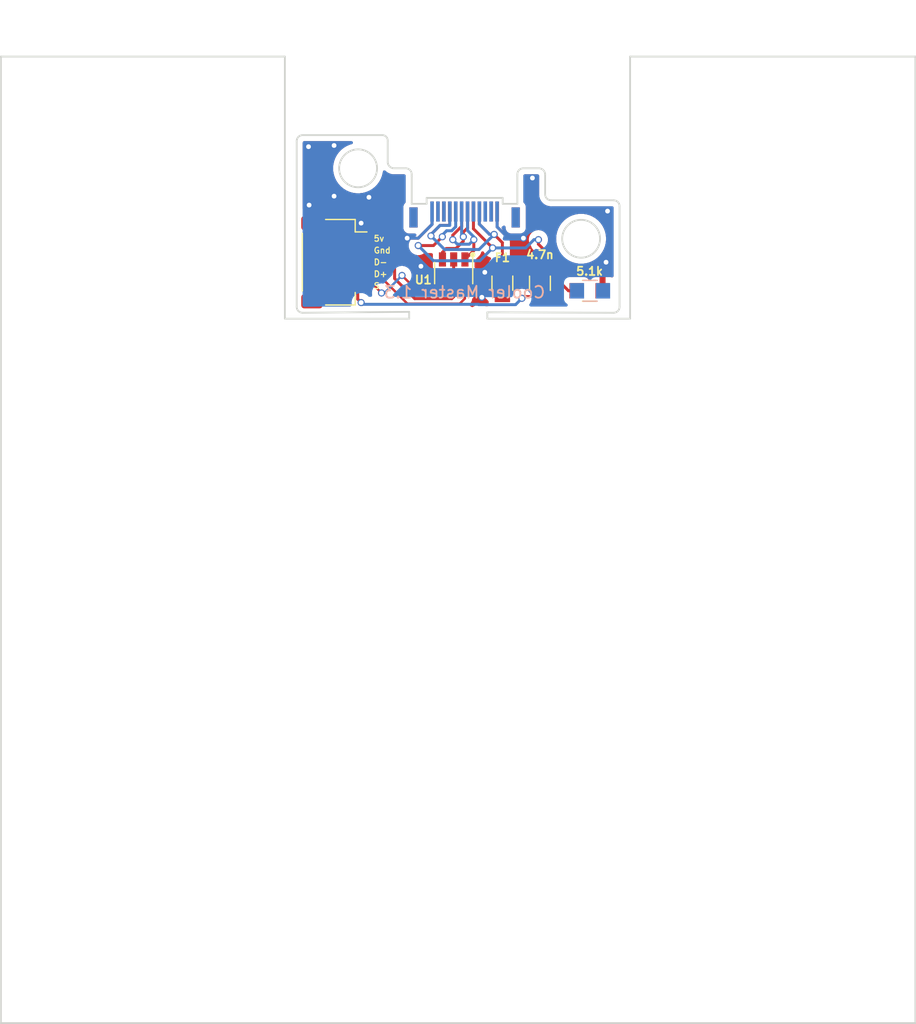
<source format=kicad_pcb>
(kicad_pcb (version 20211014) (generator pcbnew)
  (layers (0 "F.Cu" signal) (31 "B.Cu" signal) (34 "B.Paste" user) (35 "F.Paste" user) (36 "B.SilkS" user "B.Silkscreen") (37 "F.SilkS" user "F.Silkscreen") (38 "B.Mask" user) (39 "F.Mask" user) (44 "Edge.Cuts" user))
  (net 0 "")
  (net 1 "GND")
  (net 2 "D-")
  (net 3 "D+")
  (net 4 "Net-(J1-Pad10)")
  (net 5 "VBUS")
  (net 6 "Net-(J1-Pad5)")
  (net 7 "Net-(J1-Pad6)")
  (footprint "Library:breakaway-mousebites" (layer "F.Cu") (at 117.729 43.6 180)
    (fp_text reference "REF**")
    (fp_text value "breakaway-mousebites")
    (pad "" np_thru_hole circle (at 0 -0.254 180) (size 0.7874 0.7874) (drill 0.7874) (layers F&B.Cu *.Mask))
    (pad "" np_thru_hole circle (at 2.54 -0.254 180) (size 0.7874 0.7874) (drill 0.7874) (layers F&B.Cu *.Mask))
    (pad "" np_thru_hole circle (at 1.27 -0.254 180) (size 0.7874 0.7874) (drill 0.7874) (layers F&B.Cu *.Mask))
    (pad "" np_thru_hole circle (at -1.27 -0.254 180) (size 0.7874 0.7874) (drill 0.7874) (layers F&B.Cu *.Mask))
    (pad "" np_thru_hole circle (at -2.54 -0.254 180) (size 0.7874 0.7874) (drill 0.7874) (layers F&B.Cu *.Mask))
  )
  (footprint "Keeb_components:R_0805" (layer "F.Cu") (at 125.349 41.148 -90)
    (fp_text reference "C1" hide)
    (fp_text value "4.7n" (at -2.413 0 -180) (layer "F.SilkS") (effects (font (size 0.7 0.7))))
    (fp_line (start 0.6 0.88) (end -0.6 0.88) (layer "F.SilkS") (width 0.12))
    (fp_line (start -0.6 -0.88) (end 0.6 -0.88) (layer "F.SilkS") (width 0.12))
    (pad "1" smd rect locked (at -1.1 0 270) (size 1.2 1.3) (layers "F.Cu" "F.Paste" "F.Mask") (net 1 "GND"))
    (pad "2" smd rect locked (at 1.1 0 270) (size 1.2 1.3) (layers "F.Cu" "F.Paste" "F.Mask"))
  )
  (footprint "easyeda:USB-C-SMD_C67381" (layer "F.Cu") (at 118.98 35.3376 180)
    (fp_text reference "J1" hide)
    (fp_text value "USB-C-SMD_C67381" hide)
    (fp_line (start -4.46 0.9) (end -3.22 0.9) (layer "Edge.Cuts") (width 0.15))
    (fp_line (start 4.47 0.9) (end 4.47 3.23) (layer "Edge.Cuts") (width 0.15))
    (fp_line (start -3.22 1.4) (end 3.21 1.4) (layer "Edge.Cuts") (width 0.15))
    (fp_line (start 3.21 1.4) (end 3.21 0.9) (layer "Edge.Cuts") (width 0.15))
    (fp_line (start -4.46 0.9) (end -4.46 3.26) (layer "Edge.Cuts") (width 0.15))
    (fp_line (start 3.21 0.9) (end 4.47 0.9) (layer "Edge.Cuts") (width 0.15))
    (fp_line (start -3.22 0.9) (end -3.22 1.4) (layer "Edge.Cuts") (width 0.15))
    (pad "1" smd rect (at -2.75 0.25 180) (size 0.3 1.7) (layers "F.Cu" "F.Paste" "F.Mask") (net 1 "GND"))
    (pad "1" smd rect (at 2.75 0.25 180) (size 0.3 1.7) (layers "F.Cu" "F.Paste" "F.Mask") (net 1 "GND"))
    (pad "1" smd rect (at -2.75 0.25 180) (size 0.3 1.7) (layers "B.Cu" "B.Paste" "B.Mask") (net 1 "GND"))
    (pad "2" smd rect (at 2.25 0.25 180) (size 0.3 1.7) (layers "F.Cu" "F.Paste" "F.Mask"))
    (pad "2" smd rect (at -2.25 0.25 180) (size 0.3 1.7) (layers "B.Cu" "B.Paste" "B.Mask"))
    (pad "3" smd rect (at -1.75 0.25 180) (size 0.3 1.7) (layers "B.Cu" "B.Paste" "B.Mask"))
    (pad "3" smd rect (at 1.75 0.25 180) (size 0.3 1.7) (layers "F.Cu" "F.Paste" "F.Mask"))
    (pad "4" smd rect (at -1.25 0.25 180) (size 0.3 1.7) (layers "B.Cu" "B.Paste" "B.Mask") (net 5 "VBUS"))
    (pad "4" smd rect (at 1.25 0.25 180) (size 0.3 1.7) (layers "F.Cu" "F.Paste" "F.Mask") (net 5 "VBUS"))
    (pad "5" smd rect (at -0.75 0.25 180) (size 0.3 1.7) (layers "B.Cu" "B.Paste" "B.Mask"))
    (pad "5" smd rect (at 0.75 0.25 180) (size 0.3 1.7) (layers "F.Cu" "F.Paste" "F.Mask"))
    (pad "6" smd rect (at -0.25 0.25 180) (size 0.3 1.7) (layers "B.Cu" "B.Paste" "B.Mask") (net 6 "Net-(J1-Pad5)"))
    (pad "6" smd rect (at 0.25 0.25 180) (size 0.3 1.7) (layers "F.Cu" "F.Paste" "F.Mask") (net 6 "Net-(J1-Pad5)"))
    (pad "7" smd rect (at -0.25 0.25 180) (size 0.3 1.7) (layers "F.Cu" "F.Paste" "F.Mask") (net 7 "Net-(J1-Pad6)"))
    (pad "7" smd rect (at 0.25 0.25 180) (size 0.3 1.7) (layers "B.Cu" "B.Paste" "B.Mask") (net 7 "Net-(J1-Pad6)"))
    (pad "8" smd rect (at -0.75 0.25 180) (size 0.3 1.7) (layers "F.Cu" "F.Paste" "F.Mask") (net 4 "Net-(J1-Pad10)"))
    (pad "8" smd rect (at 0.75 0.25 180) (size 0.3 1.7) (layers "B.Cu" "B.Paste" "B.Mask") (net 4 "Net-(J1-Pad10)"))
    (pad "9" smd rect (at 1.25 0.25 180) (size 0.3 1.7) (layers "B.Cu" "B.Paste" "B.Mask") (net 5 "VBUS"))
    (pad "9" smd rect (at -1.25 0.25 180) (size 0.3 1.7) (layers "F.Cu" "F.Paste" "F.Mask") (net 5 "VBUS"))
    (pad "10" smd rect (at -1.75 0.25 180) (size 0.3 1.7) (layers "F.Cu" "F.Paste" "F.Mask"))
    (pad "10" smd rect (at 1.75 0.25 180) (size 0.3 1.7) (layers "B.Cu" "B.Paste" "B.Mask"))
    (pad "11" smd rect (at -2.25 0.25 180) (size 0.3 1.7) (layers "F.Cu" "F.Paste" "F.Mask"))
    (pad "13" smd rect (at 2.75 0.25 180) (size 0.3 1.7) (layers "B.Cu" "B.Paste" "B.Mask") (net 1 "GND"))
    (pad "14" smd rect (at 2.25 0.25 180) (size 0.3 1.7) (layers "B.Cu" "B.Paste" "B.Mask"))
    (pad "25" smd rect (at -4.32 -0.25 180) (size 0.7 1.7) (layers "B.Cu" "B.Paste" "B.Mask"))
    (pad "26" smd rect (at 4.32 -0.25 180) (size 0.7 1.7) (layers "B.Cu" "B.Paste" "B.Mask"))
    (pad "27" smd rect (at -4.32 -0.25 180) (size 0.7 1.7) (layers "F.Cu" "F.Paste" "F.Mask"))
    (pad "28" smd rect (at 4.32 -0.25 180) (size 0.7 1.7) (layers "F.Cu" "F.Paste" "F.Mask"))
  )
  (footprint "Keeb_components:F_0805" (layer "F.Cu") (at 122.174 41.14 90)
    (fp_text reference "F1" (at 2.151 0 180) (layer "F.SilkS") (effects (font (size 0.7 0.7))))
    (fp_text value "Polyfuse_Small" hide)
    (fp_line (start -0.6 -0.88) (end 0.6 -0.88) (layer "F.SilkS") (width 0.12))
    (fp_line (start 0.6 0.88) (end -0.6 0.88) (layer "F.SilkS") (width 0.12))
    (pad "1" smd rect locked (at -1.099999 0 90) (size 1 1.3) (layers "F.Cu" "F.Paste" "F.Mask") (net 5 "VBUS"))
    (pad "2" smd rect locked (at 1.099999 0 90) (size 1 1.3) (layers "F.Cu" "F.Paste" "F.Mask") (net 5 "VBUS"))
  )
  (footprint "Connector_JST:JST_SH_SM05B-SRSS-TB_1x05-1MP_P1.00mm_Horizontal" (layer "F.Cu") (at 107.95 39.37 -90)
    (fp_text reference "J2" hide)
    (fp_text value "JST_SH_SM05B-SRSS-TB_1x05-1MP_P1.00mm_Horizontal")
    (fp_line (start -2.56 -1.785) (end -2.56 -2.775) (layer "F.SilkS") (width 0.12))
    (fp_line (start -3.61 -1.785) (end -2.56 -1.785) (layer "F.SilkS") (width 0.12))
    (fp_line (start 3.61 -1.785) (end 2.56 -1.785) (layer "F.SilkS") (width 0.12))
    (fp_line (start 3.61 0.715) (end 3.61 -1.785) (layer "F.SilkS") (width 0.12))
    (fp_line (start -2.44 2.685) (end 2.44 2.685) (layer "F.SilkS") (width 0.12))
    (fp_line (start -3.61 0.715) (end -3.61 -1.785) (layer "F.SilkS") (width 0.12))
    (pad "1" smd roundrect (at -2 -2 270) (size 0.6 1.55) (layers "F.Cu" "F.Paste" "F.Mask") (net 5 "VBUS"))
    (pad "2" smd roundrect (at -1 -2 270) (size 0.6 1.55) (layers "F.Cu" "F.Paste" "F.Mask") (net 1 "GND"))
    (pad "3" smd roundrect (at 0 -2 270) (size 0.6 1.55) (layers "F.Cu" "F.Paste" "F.Mask") (net 2 "D-"))
    (pad "4" smd roundrect (at 1 -2 270) (size 0.6 1.55) (layers "F.Cu" "F.Paste" "F.Mask") (net 3 "D+"))
    (pad "5" smd roundrect (at 2 -2 270) (size 0.6 1.55) (layers "F.Cu" "F.Paste" "F.Mask"))
    (pad "MP" smd roundrect (at 3.3 1.875 270) (size 1.2 1.8) (layers "F.Cu" "F.Paste" "F.Mask") (roundrect_rratio 0.2083333333))
    (pad "MP" smd roundrect (at -3.3 1.875 270) (size 1.2 1.8) (layers "F.Cu" "F.Paste" "F.Mask") (roundrect_rratio 0.2083333333))
  )
  (footprint "Keeb_components:R_0805" (layer "F.Cu") (at 129.54 41.783)
    (fp_text reference "R2" hide)
    (fp_text value "5.1k" (at 0 -1.651 unlocked) (layer "F.SilkS") (effects (font (size 0.7 0.7))))
    (fp_line (start 0.6 0.88) (end -0.6 0.88) (layer "F.SilkS") (width 0.12))
    (fp_line (start -0.6 -0.88) (end 0.6 -0.88) (layer "F.SilkS") (width 0.12))
    (pad "1" smd rect locked (at -1.1 0) (size 1.2 1.3) (layers "F.Cu" "F.Paste" "F.Mask") (net 4 "Net-(J1-Pad10)"))
    (pad "2" smd rect locked (at 1.1 0) (size 1.2 1.3) (layers "F.Cu" "F.Paste" "F.Mask") (net 1 "GND"))
  )
  (footprint "Keeb_components:USBLC6-2SC6" (layer "F.Cu") (at 118.0592 40.2844 90)
    (fp_text reference "U1" (at -0.5756 -2.5692 180) (layer "F.SilkS") (effects (font (size 0.7 0.7))))
    (fp_text value "USBLC6-2SC6")
    (fp_line (start -0.9 1.61) (end 1.55 1.61) (layer "F.SilkS") (width 0.12))
    (fp_line (start 0.9 -1.61) (end -0.9 -1.61) (layer "F.SilkS") (width 0.12))
    (fp_circle (center 1.55 1.61) (end 1.72 1.61) (layer "F.SilkS") (width 0.12) (fill solid))
    (pad "1" smd rect (at 1.15 0.95 180) (size 0.6 1.2) (layers "F.Cu" "F.Paste" "F.Mask") (net 6 "Net-(J1-Pad5)"))
    (pad "2" smd rect (at 1.15 0 180) (size 0.6 1.2) (layers "F.Cu" "F.Paste" "F.Mask") (net 1 "GND"))
    (pad "3" smd rect (at 1.15 -0.95 180) (size 0.6 1.2) (layers "F.Cu" "F.Paste" "F.Mask") (net 7 "Net-(J1-Pad6)"))
    (pad "4" smd rect (at -1.15 -0.95 180) (size 0.6 1.2) (layers "F.Cu" "F.Paste" "F.Mask") (net 3 "D+"))
    (pad "5" smd rect (at -1.15 0 180) (size 0.6 1.2) (layers "F.Cu" "F.Paste" "F.Mask") (net 5 "VBUS"))
    (pad "6" smd rect (at -1.15 0.95 180) (size 0.6 1.2) (layers "F.Cu" "F.Paste" "F.Mask") (net 2 "D-"))
  )
  (footprint "footprints:MegaMan7" (layer "B.Cu") (at 108 39.4 180)
    (fp_text reference "G3" hide)
    (fp_text value "LOGO" hide)
  )
  (footprint "Keeb_components:R_0805" (layer "B.Cu") (at 129.583 41.783 180)
    (fp_text reference "R2" hide)
    (fp_text value "" (at 0 1.651 unlocked) (layer "B.SilkS") (effects (font (size 0.7 0.7)) (justify mirror)))
    (fp_line (start 0.6 -0.88) (end -0.6 -0.88) (layer "B.SilkS") (width 0.12))
    (fp_line (start -0.6 0.88) (end 0.6 0.88) (layer "B.SilkS") (width 0.12))
    (pad "1" smd rect locked (at -1.1 0 180) (size 1.2 1.3) (layers "B.Cu" "B.Paste" "B.Mask"))
    (pad "2" smd rect locked (at 1.1 0 180) (size 1.2 1.3) (layers "B.Cu" "B.Paste" "B.Mask"))
  )
  (gr_line (start 112.48 29.1376) (end 112.48 30.9376) (layer "Edge.Cuts") (width 0.15))
  (gr_arc (start 111.98 28.6376) (mid 112.349497 28.768102) (end 112.48 29.1376) (layer "Edge.Cuts") (width 0.15))
  (gr_line (start 114.51 31.9376) (end 114.51 32.1076) (layer "Edge.Cuts") (width 0.15))
  (gr_line (start 125.7888 31.9376) (end 125.7888 33.6376) (layer "Edge.Cuts") (width 0.15))
  (gr_arc (start 126.2888 34.1376) (mid 125.935247 33.991153) (end 125.7888 33.6376) (layer "Edge.Cuts") (width 0.15))
  (gr_line (start 111.98 28.6376) (end 105.2888 28.6376) (layer "Edge.Cuts") (width 0.15))
  (gr_line (start 157.08 22) (end 132.969 22) (layer "Edge.Cuts") (width 0.15))
  (gr_circle (center 109.98 31.4376) (end 108.38 31.3376) (layer "Edge.Cuts") (width 0.15) (fill none))
  (gr_arc (start 112.98 31.4376) (mid 112.640958 31.276642) (end 112.48 30.9376) (layer "Edge.Cuts") (width 0.15))
  (gr_line (start 79.7888 22) (end 79.7888 103.6376) (layer "Edge.Cuts") (width 0.15))
  (gr_circle (center 128.83 37.3876) (end 130.43 37.3876) (layer "Edge.Cuts") (width 0.15) (fill none))
  (gr_line (start 132.969 44.1376) (end 132.969 22) (layer "Edge.Cuts") (width 0.15))
  (gr_arc (start 104.7888 29.1376) (mid 104.935247 28.784047) (end 105.2888 28.6376) (layer "Edge.Cuts") (width 0.15))
  (gr_line (start 123.94 31.4376) (end 125.2888 31.4376) (layer "Edge.Cuts") (width 0.15))
  (gr_line (start 120.904 44.1376) (end 120.904 43.6) (layer "Edge.Cuts") (width 0.15))
  (gr_line (start 132.08 34.6376) (end 132.08 43.1376) (layer "Edge.Cuts") (width 0.15))
  (gr_line (start 112.98 31.4376) (end 114.01 31.4376) (layer "Edge.Cuts") (width 0.15))
  (gr_line (start 103.7888 22) (end 103.7888 44.1376) (layer "Edge.Cuts") (width 0.15))
  (gr_line (start 79.7888 22) (end 103.7888 22) (layer "Edge.Cuts") (width 0.15))
  (gr_line (start 120.904 44.1376) (end 132.969 44.1376) (layer "Edge.Cuts") (width 0.15))
  (gr_line (start 131.58 43.6376) (end 120.904 43.6) (layer "Edge.Cuts") (width 0.15))
  (gr_arc (start 105.2888 43.6376) (mid 104.935247 43.491153) (end 104.7888 43.1376) (layer "Edge.Cuts") (width 0.15))
  (gr_line (start 105.2888 43.6376) (end 114.3 43.561) (layer "Edge.Cuts") (width 0.15))
  (gr_line (start 79.7888 103.6376) (end 157.08 103.6376) (layer "Edge.Cuts") (width 0.15))
  (gr_arc (start 114.01 31.4376) (mid 114.363553 31.584047) (end 114.51 31.9376) (layer "Edge.Cuts") (width 0.15))
  (gr_arc (start 132.08 43.1376) (mid 131.933553 43.491153) (end 131.58 43.6376) (layer "Edge.Cuts") (width 0.15))
  (gr_line (start 120.904 43.688) (end 120.904 43.688) (layer "Edge.Cuts") (width 0.15))
  (gr_line (start 123.44 31.9376) (end 123.44 32.0776) (layer "Edge.Cuts") (width 0.15))
  (gr_line (start 126.2888 34.1376) (end 131.58 34.1376) (layer "Edge.Cuts") (width 0.15))
  (gr_line (start 114.3 44.1376) (end 103.7888 44.1376) (layer "Edge.Cuts") (width 0.15))
  (gr_line (start 157.08 22) (end 157.08 103.6376) (layer "Edge.Cuts") (width 0.15))
  (gr_line (start 114.3 43.561) (end 114.3 44.1376) (layer "Edge.Cuts") (width 0.15))
  (gr_line (start 104.7888 29.1376) (end 104.7888 43.1376) (layer "Edge.Cuts") (width 0.15))
  (gr_arc (start 123.44 31.9376) (mid 123.586447 31.584047) (end 123.94 31.4376) (layer "Edge.Cuts") (width 0.15))
  (gr_arc (start 131.58 34.1376) (mid 131.933553 34.284047) (end 132.08 34.6376) (layer "Edge.Cuts") (width 0.15))
  (gr_arc (start 125.2888 31.4376) (mid 125.633357 31.593043) (end 125.7888 31.9376) (layer "Edge.Cuts") (width 0.15))
  (gr_text "Cooler Master 1.3" (at 118.98 41.91) (layer "B.SilkS") (effects (font (size 1 1)) (justify mirror)))
  (gr_text "S" (at 111.25 41.37) (layer "F.SilkS") (effects (font (size 0.5 0.5) (thickness 0.1)) (justify left)))
  (gr_text "D-" (at 111.25 39.37) (layer "F.SilkS") (effects (font (size 0.5 0.5) (thickness 0.1)) (justify left)))
  (gr_text "5v" (at 111.25 37.37) (layer "F.SilkS") (effects (font (size 0.5 0.5) (thickness 0.1)) (justify left)))
  (gr_text "Gnd" (at 111.25 38.37) (layer "F.SilkS") (effects (font (size 0.5 0.5) (thickness 0.1)) (justify left)))
  (gr_text "D+" (at 111.25 40.37) (layer "F.SilkS") (effects (font (size 0.5 0.5) (thickness 0.1)) (justify left)))
  (segment (start 123.995 42.248) (end 123.825 42.418) (width 0.2) (layer "F.Cu") (net 0))
  (segment (start 125.349 42.248) (end 123.995 42.248) (width 0.2) (layer "F.Cu") (net 0))
  (segment (start 109.95 42.494) (end 110.236 42.78) (width 0.25) (layer "F.Cu") (net 0))
  (segment (start 109.95 41.37) (end 109.95 42.494) (width 0.25) (layer "F.Cu") (net 0))
  (via (at 123.825 42.418) (size 0.6) (drill 0.4) (layers "F.Cu" "B.Cu") (net 0))
  (via (at 110.236 42.78) (size 0.6) (drill 0.4) (layers "F.Cu" "B.Cu") (net 0))
  (segment (start 123.288 42.955) (end 123.825 42.418) (width 0.25) (layer "B.Cu") (net 0))
  (segment (start 120.181116 42.955) (end 123.288 42.955) (width 0.25) (layer "B.Cu") (net 0))
  (segment (start 110.382 42.926) (end 120.152116 42.926) (width 0.25) (layer "B.Cu") (net 0))
  (segment (start 120.152116 42.926) (end 120.181116 42.955) (width 0.25) (layer "B.Cu") (net 0))
  (segment (start 110.236 42.78) (end 110.382 42.926) (width 0.25) (layer "B.Cu") (net 0))
  (segment (start 123.952 37.338) (end 122.682 37.338) (width 0.25) (layer "F.Cu") (net 1))
  (segment (start 115.062 37.338) (end 116.23 36.17) (width 0.25) (layer "F.Cu") (net 1))
  (segment (start 114.125 37.335) (end 114.128 37.338) (width 0.25) (layer "F.Cu") (net 1))
  (segment (start 114.128 37.338) (end 115.062 37.338) (width 0.25) (layer "F.Cu") (net 1))
  (segment (start 121.73 36.386) (end 121.73 35.0876) (width 0.25) (layer "F.Cu") (net 1))
  (segment (start 117.9842 40.0594) (end 118.0592 39.9844) (width 0.25) (layer "F.Cu") (net 1))
  (segment (start 122.682 37.338) (end 121.73 36.386) (width 0.25) (layer "F.Cu") (net 1))
  (segment (start 115.29 39.71) (end 115.6394 40.0594) (width 0.25) (layer "F.Cu") (net 1))
  (segment (start 115.6394 40.0594) (end 117.9842 40.0594) (width 0.25) (layer "F.Cu") (net 1))
  (segment (start 118.0592 39.9844) (end 118.0592 39.1344) (width 0.25) (layer "F.Cu") (net 1))
  (segment (start 116.23 36.17) (end 116.23 35.0876) (width 0.25) (layer "F.Cu") (net 1))
  (via (at 120.44 42.33) (size 0.6) (drill 0.4) (layers "F.Cu" "B.Cu") (net 1))
  (via (at 115.29 39.71) (size 0.6) (drill 0.4) (layers "F.Cu" "B.Cu") (net 1))
  (via (at 123.952 37.338) (size 0.6) (drill 0.4) (layers "F.Cu" "B.Cu") (net 1))
  (via (at 124.714 32.258) (size 0.6) (drill 0.4) (layers "F.Cu" "B.Cu") (net 1))
  (via (at 105.79 29.61) (size 0.6) (drill 0.4) (layers "F.Cu" "B.Cu") (net 1))
  (via (at 107.95 33.79) (size 0.6) (drill 0.4) (layers "F.Cu" "B.Cu") (net 1))
  (via (at 107.95 29.51) (size 0.6) (drill 0.4) (layers "F.Cu" "B.Cu") (net 1))
  (via (at 120.689289 40.219711) (size 0.6) (drill 0.4) (layers "F.Cu" "B.Cu") (net 1))
  (via (at 110.8964 33.8836) (size 0.6) (drill 0.4) (layers "F.Cu" "B.Cu") (net 1))
  (via (at 110.236 36.068) (size 0.6) (drill 0.4) (layers "F.Cu" "B.Cu") (net 1))
  (via (at 105.84 34.544) (size 0.6) (drill 0.4) (layers "F.Cu" "B.Cu") (net 1))
  (via (at 131.064 35.052) (size 0.6) (drill 0.4) (layers "F.Cu" "B.Cu") (net 1))
  (via (at 114.125 37.335) (size 0.6) (drill 0.4) (layers "F.Cu" "B.Cu") (net 1))
  (via (at 130.937 39.37) (size 0.6) (drill 0.4) (layers "F.Cu" "B.Cu") (net 1))
  (segment (start 121.73 36.386) (end 122.682 37.338) (width 0.25) (layer "B.Cu") (net 1))
  (segment (start 115.062 37.338) (end 114.128 37.338) (width 0.25) (layer "B.Cu") (net 1))
  (segment (start 114.128 37.338) (end 114.125 37.335) (width 0.25) (layer "B.Cu") (net 1))
  (segment (start 116.23 36.17) (end 115.062 37.338) (width 0.25) (layer "B.Cu") (net 1))
  (segment (start 122.682 37.338) (end 123.952 37.338) (width 0.25) (layer "B.Cu") (net 1))
  (segment (start 121.73 35.0876) (end 121.73 36.386) (width 0.25) (layer "B.Cu") (net 1))
  (segment (start 116.23 35.0876) (end 116.23 36.17) (width 0.25) (layer "B.Cu") (net 1))
  (segment (start 114.1424 42.87) (end 110.6424 39.37) (width 0.2) (layer "F.Cu") (net 2))
  (segment (start 118.57 42.87) (end 114.1424 42.87) (width 0.2) (layer "F.Cu") (net 2))
  (segment (start 110.6424 39.37) (end 109.95 39.37) (width 0.2) (layer "F.Cu") (net 2))
  (segment (start 119.0092 41.4344) (end 119.0092 42.4308) (width 0.2) (layer "F.Cu") (net 2))
  (segment (start 119.0092 42.4308) (end 118.57 42.87) (width 0.2) (layer "F.Cu") (net 2))
  (segment (start 110.361396 40.37) (end 109.95 40.37) (width 0.2) (layer "F.Cu") (net 3))
  (segment (start 111.957698 41.966302) (end 110.361396 40.37) (width 0.2) (layer "F.Cu") (net 3))
  (segment (start 117.1092 41.4344) (end 114.6372 41.4344) (width 0.2) (layer "F.Cu") (net 3))
  (segment (start 114.6372 41.4344) (end 113.6904 40.4876) (width 0.2) (layer "F.Cu") (net 3))
  (via (at 113.6904 40.4876) (size 0.6) (drill 0.4) (layers "F.Cu" "B.Cu") (net 3))
  (via (at 111.957698 41.966302) (size 0.6) (drill 0.4) (layers "F.Cu" "B.Cu") (net 3))
  (segment (start 112.211698 41.966302) (end 113.6904 40.4876) (width 0.2) (layer "B.Cu") (net 3))
  (segment (start 111.957698 41.966302) (end 112.211698 41.966302) (width 0.2) (layer "B.Cu") (net 3))
  (segment (start 121.3485 38.1635) (end 119.73 36.545) (width 0.25) (layer "F.Cu") (net 4))
  (segment (start 127 41.021) (end 127.762 41.783) (width 0.25) (layer "F.Cu") (net 4))
  (segment (start 125.222 37.465) (end 125.222 37.846) (width 0.25) (layer "F.Cu") (net 4))
  (segment (start 127.762 41.783) (end 128.44 41.783) (width 0.25) (layer "F.Cu") (net 4))
  (segment (start 125.222 37.846) (end 127 39.624) (width 0.25) (layer "F.Cu") (net 4))
  (segment (start 127 39.624) (end 127 41.021) (width 0.25) (layer "F.Cu") (net 4))
  (segment (start 117.096339 37.219161) (end 116.353 37.9625) (width 0.25) (layer "F.Cu") (net 4))
  (segment (start 119.73 36.545) (end 119.73 35.0876) (width 0.25) (layer "F.Cu") (net 4))
  (segment (start 116.353 37.9625) (end 115.062 37.9625) (width 0.25) (layer "F.Cu") (net 4))
  (via (at 117.096339 37.219161) (size 0.6) (drill 0.4) (layers "F.Cu" "B.Cu") (net 4))
  (via (at 115.062 37.9625) (size 0.6) (drill 0.4) (layers "F.Cu" "B.Cu") (net 4))
  (via (at 121.3485 38.1635) (size 0.6) (drill 0.4) (layers "F.Cu" "B.Cu") (net 4))
  (via (at 125.222 37.465) (size 0.6) (drill 0.4) (layers "F.Cu" "B.Cu") (net 4))
  (segment (start 117.096339 37.076719) (end 117.460458 36.7126) (width 0.25) (layer "B.Cu") (net 4))
  (segment (start 116.3445 39.245) (end 115.062 37.9625) (width 0.25) (layer "B.Cu") (net 4))
  (segment (start 117.891396 36.7126) (end 118.23 36.373996) (width 0.25) (layer "B.Cu") (net 4))
  (segment (start 118.23 36.373996) (end 118.23 35.0876) (width 0.25) (layer "B.Cu") (net 4))
  (segment (start 121.3485 38.1635) (end 124.1425 38.1635) (width 0.25) (layer "B.Cu") (net 4))
  (segment (start 117.096339 37.219161) (end 117.096339 37.076719) (width 0.25) (layer "B.Cu") (net 4))
  (segment (start 124.1425 38.1635) (end 124.841 37.465) (width 0.25) (layer "B.Cu") (net 4))
  (segment (start 121.3485 38.1635) (end 120.267 39.245) (width 0.25) (layer "B.Cu") (net 4))
  (segment (start 120.267 39.245) (end 116.3445 39.245) (width 0.25) (layer "B.Cu") (net 4))
  (segment (start 117.460458 36.7126) (end 117.891396 36.7126) (width 0.25) (layer "B.Cu") (net 4))
  (segment (start 124.841 37.465) (end 125.222 37.465) (width 0.25) (layer "B.Cu") (net 4))
  (segment (start 117.705 36.2626) (end 117.73 36.2376) (width 0.25) (layer "F.Cu") (net 5))
  (segment (start 116.138589 37.144589) (end 116.138589 37.023411) (width 0.25) (layer "F.Cu") (net 5))
  (segment (start 111.284 37.37) (end 109.95 37.37) (width 0.25) (layer "F.Cu") (net 5))
  (segment (start 122.174 37.719) (end 122.174 40.040001) (width 0.25) (layer "F.Cu") (net 5))
  (segment (start 116.8994 36.2626) (end 117.705 36.2626) (width 0.25) (layer "F.Cu") (net 5))
  (segment (start 118.1342 40.5094) (end 119.7574 40.5094) (width 0.25) (layer "F.Cu") (net 5))
  (segment (start 119.7574 40.5094) (end 121.487999 42.239999) (width 0.25) (layer "F.Cu") (net 5))
  (segment (start 118.0592 42.2844) (end 117.8986 42.445) (width 0.25) (layer "F.Cu") (net 5))
  (segment (start 121.478411 37.023411) (end 122.174 37.719) (width 0.25) (layer "F.Cu") (net 5))
  (segment (start 118.0592 41.4344) (end 118.0592 40.5844) (width 0.25) (layer "F.Cu") (net 5))
  (segment (start 114.763916 42.445) (end 113.0654 40.746484) (width 0.25) (layer "F.Cu") (net 5))
  (segment (start 121.487999 42.239999) (end 122.174 42.239999) (width 0.25) (layer "F.Cu") (net 5))
  (segment (start 121.478411 37.017589) (end 121.091589 37.017589) (width 0.25) (layer "F.Cu") (net 5))
  (segment (start 113.0654 39.1514) (end 111.284 37.37) (width 0.25) (layer "F.Cu") (net 5))
  (segment (start 117.73 36.2376) (end 117.73 35.0876) (width 0.25) (layer "F.Cu") (net 5))
  (segment (start 113.0654 40.746484) (end 113.0654 39.1514) (width 0.25) (layer "F.Cu") (net 5))
  (segment (start 116.138589 37.023411) (end 116.8994 36.2626) (width 0.25) (layer "F.Cu") (net 5))
  (segment (start 120.23 36.156) (end 120.23 35.0876) (width 0.25) (layer "F.Cu") (net 5))
  (segment (start 121.478411 37.017589) (end 121.478411 37.023411) (width 0.25) (layer "F.Cu") (net 5))
  (segment (start 118.0592 40.5844) (end 118.1342 40.5094) (width 0.25) (layer "F.Cu") (net 5))
  (segment (start 121.091589 37.017589) (end 120.23 36.156) (width 0.25) (layer "F.Cu") (net 5))
  (segment (start 117.8986 42.445) (end 114.763916 42.445) (width 0.25) (layer "F.Cu") (net 5))
  (segment (start 118.0592 41.4344) (end 118.0592 42.2844) (width 0.25) (layer "F.Cu") (net 5))
  (via (at 116.138589 37.144589) (size 0.6) (drill 0.4) (layers "F.Cu" "B.Cu") (net 5))
  (via (at 121.478411 37.017589) (size 0.6) (drill 0.4) (layers "F.Cu" "B.Cu") (net 5))
  (segment (start 121.478411 37.017589) (end 121.091589 37.017589) (width 0.25) (layer "B.Cu") (net 5))
  (segment (start 120.23 36.156) (end 120.23 35.0876) (width 0.25) (layer "B.Cu") (net 5))
  (segment (start 121.091589 37.017589) (end 120.23 36.156) (width 0.25) (layer "B.Cu") (net 5))
  (segment (start 121.478411 37.017589) (end 120.1995 38.2965) (width 0.25) (layer "B.Cu") (net 5))
  (segment (start 117.2905 38.2965) (end 116.138589 37.144589) (width 0.25) (layer "B.Cu") (net 5))
  (segment (start 117.705 36.2626) (end 117.73 36.2376) (width 0.25) (layer "B.Cu") (net 5))
  (segment (start 117.73 36.2376) (end 117.73 35.0876) (width 0.25) (layer "B.Cu") (net 5))
  (segment (start 120.1995 38.2965) (end 117.2905 38.2965) (width 0.25) (layer "B.Cu") (net 5))
  (segment (start 116.8994 36.2626) (end 117.705 36.2626) (width 0.25) (layer "B.Cu") (net 5))
  (segment (start 116.138589 37.144589) (end 116.138589 37.023411) (width 0.25) (layer "B.Cu") (net 5))
  (segment (start 116.138589 37.023411) (end 116.8994 36.2626) (width 0.25) (layer "B.Cu") (net 5))
  (segment (start 118.73 36.335604) (end 118.73 35.0876) (width 0.25) (layer "F.Cu") (net 6))
  (segment (start 117.983 37.082604) (end 118.73 36.335604) (width 0.25) (layer "F.Cu") (net 6))
  (segment (start 117.983 37.465) (end 117.983 37.082604) (width 0.25) (layer "F.Cu") (net 6))
  (segment (start 119.761 37.465) (end 119.761 38.3826) (width 0.25) (layer "F.Cu") (net 6))
  (segment (start 119.761 38.3826) (end 119.0092 39.1344) (width 0.25) (layer "F.Cu") (net 6))
  (via (at 117.983 37.465) (size 0.6) (drill 0.4) (layers "F.Cu" "B.Cu") (net 6))
  (via (at 119.761 37.465) (size 0.6) (drill 0.4) (layers "F.Cu" "B.Cu") (net 6))
  (segment (start 119.761 37.465) (end 119.761 37.226616) (width 0.25) (layer "B.Cu") (net 6))
  (segment (start 119.761 37.226616) (end 119.23 36.695616) (width 0.25) (layer "B.Cu") (net 6))
  (segment (start 119.761 37.465) (end 119.3795 37.8465) (width 0.25) (layer "B.Cu") (net 6))
  (segment (start 119.23 36.695616) (end 119.23 35.0876) (width 0.25) (layer "B.Cu") (net 6))
  (segment (start 119.3795 37.8465) (end 118.3645 37.8465) (width 0.25) (layer "B.Cu") (net 6))
  (segment (start 118.3645 37.8465) (end 117.983 37.465) (width 0.25) (layer "B.Cu") (net 6))
  (segment (start 118.872 36.83) (end 119.23 36.472) (width 0.25) (layer "F.Cu") (net 7))
  (segment (start 118.2546 38.2094) (end 117.4342 38.2094) (width 0.25) (layer "F.Cu") (net 7))
  (segment (start 117.4342 38.2094) (end 117.1092 38.5344) (width 0.25) (layer "F.Cu") (net 7))
  (segment (start 118.872 37.2215) (end 118.872 36.83) (width 0.25) (layer "F.Cu") (net 7))
  (segment (start 118.872 37.592) (end 118.2546 38.2094) (width 0.25) (layer "F.Cu") (net 7))
  (segment (start 118.872 37.2215) (end 118.872 37.592) (width 0.25) (layer "F.Cu") (net 7))
  (segment (start 119.23 36.472) (end 119.23 35.0876) (width 0.25) (layer "F.Cu") (net 7))
  (segment (start 117.1092 38.5344) (end 117.1092 39.1344) (width 0.25) (layer "F.Cu") (net 7))
  (via (at 118.872 37.2215) (size 0.6) (drill 0.4) (layers "F.Cu" "B.Cu") (net 7))
  (segment (start 118.73 37.0795) (end 118.73 35.0876) (width 0.25) (layer "B.Cu") (net 7))
  (segment (start 118.872 37.2215) (end 118.73 37.0795) (width 0.25) (layer "B.Cu") (net 7))
  (zone (net 1) (net_name "GND") (layers F&B.Cu) (connect_pads (clearance 0.508)) (min_thickness 0.254) (fill yes (thermal_gap 0.508) (thermal_bridge_width 0.508))
    (polygon (pts (xy 133.477 43.942) (xy 103.505 43.942) (xy 103.505 27.686) (xy 133.477 27.686)))
  )
  (zone (net 1) (net_name "GND") (layer "B.Cu") (connect_pads (clearance 0.508)) (min_thickness 0.254) (fill yes (thermal_gap 0.508) (thermal_bridge_width 0.508))
    (polygon (pts (xy 133.477 43.942) (xy 103.505 43.942) (xy 103.505 27.686) (xy 133.477 27.686)))
  )
)
</source>
